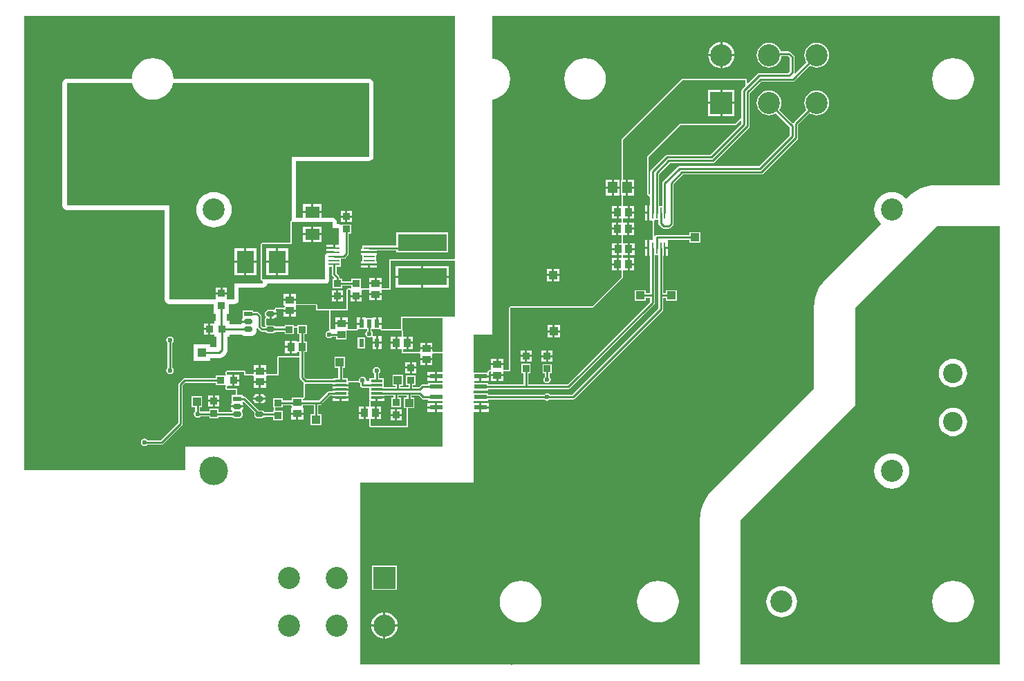
<source format=gtl>
G04*
G04 #@! TF.GenerationSoftware,Altium Limited,Altium Designer,18.1.6 (161)*
G04*
G04 Layer_Physical_Order=1*
G04 Layer_Color=255*
%FSLAX25Y25*%
%MOIN*%
G70*
G01*
G75*
%ADD13C,0.01000*%
%ADD17R,0.04528X0.05512*%
%ADD18R,0.03937X0.03543*%
%ADD19R,0.03543X0.03937*%
%ADD20R,0.03347X0.03347*%
%ADD21R,0.01102X0.05512*%
%ADD22R,0.06299X0.02362*%
%ADD23R,0.05709X0.01358*%
%ADD24R,0.03347X0.03347*%
G04:AMPARAMS|DCode=25|XSize=23.62mil|YSize=39.37mil|CornerRadius=5.91mil|HoleSize=0mil|Usage=FLASHONLY|Rotation=90.000|XOffset=0mil|YOffset=0mil|HoleType=Round|Shape=RoundedRectangle|*
%AMROUNDEDRECTD25*
21,1,0.02362,0.02756,0,0,90.0*
21,1,0.01181,0.03937,0,0,90.0*
1,1,0.01181,0.01378,0.00591*
1,1,0.01181,0.01378,-0.00591*
1,1,0.01181,-0.01378,-0.00591*
1,1,0.01181,-0.01378,0.00591*
%
%ADD25ROUNDEDRECTD25*%
%ADD26R,0.03937X0.02362*%
%ADD27R,0.07087X0.05512*%
%ADD28R,0.23622X0.08268*%
%ADD29R,0.08465X0.11024*%
%ADD30R,0.05512X0.01102*%
%ADD31R,0.02362X0.04134*%
%ADD56R,0.03937X0.03937*%
%ADD57R,0.03937X0.03937*%
%ADD58C,0.09449*%
%ADD59C,0.10630*%
%ADD60C,0.13780*%
%ADD61C,0.07874*%
%ADD62R,0.10630X0.10630*%
%ADD63C,0.02362*%
G36*
X471319Y232326D02*
X440945D01*
X438370Y232157D01*
X435839Y231653D01*
X433396Y230824D01*
X431081Y229683D01*
X428936Y228249D01*
X426996Y226548D01*
X426310Y225862D01*
X425810Y225887D01*
X425312Y226494D01*
X424022Y227552D01*
X422550Y228339D01*
X420953Y228824D01*
X419291Y228988D01*
X417630Y228824D01*
X416033Y228339D01*
X414561Y227552D01*
X413270Y226494D01*
X412211Y225203D01*
X411424Y223731D01*
X410940Y222134D01*
X410776Y220473D01*
X410940Y218811D01*
X411424Y217214D01*
X412211Y215742D01*
X413270Y214451D01*
X413877Y213953D01*
X413902Y213454D01*
X387625Y187178D01*
X385924Y185238D01*
X384490Y183092D01*
X383349Y180778D01*
X382520Y178334D01*
X382016Y175803D01*
X381847Y173228D01*
Y134156D01*
X332507Y84816D01*
X330806Y82875D01*
X329372Y80730D01*
X328231Y78416D01*
X327401Y75972D01*
X326898Y73441D01*
X326729Y70866D01*
X326729Y1122D01*
X236338D01*
X236037Y1062D01*
X235736Y1122D01*
X162992D01*
X162992Y88976D01*
X217717Y88976D01*
Y122996D01*
X220366D01*
Y125177D01*
Y127358D01*
X217717D01*
Y128396D01*
X224616D01*
Y129056D01*
X251757D01*
X251866Y128893D01*
X252455Y128499D01*
X253150Y128361D01*
X253844Y128499D01*
X254434Y128893D01*
X254542Y129056D01*
X265610D01*
X265610Y129056D01*
X266039Y129141D01*
X266403Y129384D01*
X308667Y171648D01*
X308667Y171648D01*
X308910Y172012D01*
X308996Y172441D01*
X308996Y172441D01*
Y178012D01*
X310424D01*
Y176565D01*
X315561D01*
Y181702D01*
X310424D01*
Y180255D01*
X308996D01*
Y198307D01*
X309343D01*
Y202063D01*
X309842D01*
Y202563D01*
X311394D01*
Y205819D01*
X311833Y205965D01*
X321841D01*
Y204518D01*
X326978D01*
Y209655D01*
X321841D01*
Y208208D01*
X305906D01*
X305476Y208123D01*
X305112Y207880D01*
X305086Y207841D01*
X304586Y207993D01*
X304586Y214958D01*
X304543Y215062D01*
X304549Y215174D01*
X304874Y215554D01*
X304879Y215558D01*
X306752D01*
Y214032D01*
X306752Y214032D01*
X306838Y213602D01*
X307081Y213239D01*
X308656Y211664D01*
X308656Y211664D01*
X309020Y211421D01*
X309449Y211335D01*
X309449Y211335D01*
X311811D01*
X311811Y211335D01*
X312240Y211421D01*
X312604Y211664D01*
X313687Y212746D01*
X313687Y212746D01*
X313930Y213110D01*
X314015Y213539D01*
X314015Y213539D01*
Y232858D01*
X318618Y237461D01*
X356465D01*
X356465Y237461D01*
X356894Y237546D01*
X357258Y237790D01*
X373840Y254372D01*
X374083Y254736D01*
X374169Y255165D01*
X374169Y255165D01*
Y261421D01*
X379779Y267031D01*
X379808Y267007D01*
X380836Y266458D01*
X381951Y266120D01*
X383110Y266005D01*
X384270Y266120D01*
X385385Y266458D01*
X386412Y267007D01*
X387313Y267746D01*
X388052Y268647D01*
X388601Y269674D01*
X388940Y270789D01*
X389054Y271949D01*
X388940Y273108D01*
X388601Y274223D01*
X388052Y275251D01*
X387313Y276152D01*
X386412Y276891D01*
X385385Y277440D01*
X384270Y277778D01*
X383110Y277892D01*
X381951Y277778D01*
X380836Y277440D01*
X379808Y276891D01*
X378907Y276152D01*
X378168Y275251D01*
X377619Y274223D01*
X377281Y273108D01*
X377167Y271949D01*
X377281Y270789D01*
X377619Y269674D01*
X378168Y268647D01*
X378192Y268617D01*
X372254Y262679D01*
X372025Y262335D01*
X372005Y262314D01*
X371474Y262179D01*
X365036Y268617D01*
X365060Y268647D01*
X365609Y269674D01*
X365947Y270789D01*
X366062Y271949D01*
X365947Y273108D01*
X365609Y274223D01*
X365060Y275251D01*
X364321Y276152D01*
X363420Y276891D01*
X362393Y277440D01*
X361278Y277778D01*
X360118Y277892D01*
X358959Y277778D01*
X357844Y277440D01*
X356816Y276891D01*
X355915Y276152D01*
X355176Y275251D01*
X354627Y274223D01*
X354289Y273108D01*
X354174Y271949D01*
X354289Y270789D01*
X354627Y269674D01*
X355176Y268647D01*
X355915Y267746D01*
X356816Y267007D01*
X357844Y266458D01*
X358959Y266120D01*
X360118Y266005D01*
X361278Y266120D01*
X362393Y266458D01*
X363420Y267007D01*
X363450Y267031D01*
X370138Y260343D01*
Y256370D01*
X355260Y241492D01*
X316890D01*
X316890Y241492D01*
X316461Y241406D01*
X316097Y241163D01*
X316097Y241163D01*
X309050Y234116D01*
X308806Y233752D01*
X308721Y233323D01*
X308721Y233323D01*
Y222269D01*
X307027D01*
Y237724D01*
X312276Y242973D01*
X333071D01*
X333071Y242973D01*
X333500Y243058D01*
X333864Y243302D01*
X350529Y259967D01*
X350529Y259967D01*
X350772Y260331D01*
X350858Y260760D01*
X350858Y260760D01*
Y276665D01*
X356453Y282260D01*
X371571D01*
X371571Y282260D01*
X372000Y282346D01*
X372364Y282589D01*
X379812Y290037D01*
X380836Y289489D01*
X381951Y289151D01*
X383110Y289037D01*
X384270Y289151D01*
X385385Y289489D01*
X386412Y290038D01*
X387313Y290778D01*
X388052Y291678D01*
X388601Y292706D01*
X388940Y293821D01*
X389054Y294980D01*
X388940Y296140D01*
X388601Y297255D01*
X388052Y298282D01*
X387313Y299183D01*
X386412Y299922D01*
X385385Y300471D01*
X384270Y300810D01*
X383110Y300924D01*
X381951Y300810D01*
X380836Y300471D01*
X379808Y299922D01*
X378907Y299183D01*
X378168Y298282D01*
X377619Y297255D01*
X377281Y296140D01*
X377167Y294980D01*
X377281Y293821D01*
X377619Y292706D01*
X378168Y291678D01*
X378219Y291616D01*
X372810Y286208D01*
X372349Y286454D01*
X372381Y286614D01*
X372381Y286614D01*
Y294094D01*
X372296Y294524D01*
X372053Y294888D01*
X372053Y294888D01*
X370478Y296462D01*
X370114Y296706D01*
X369685Y296791D01*
X369685Y296791D01*
X365750D01*
X365609Y297255D01*
X365060Y298282D01*
X364321Y299183D01*
X363420Y299922D01*
X362393Y300471D01*
X361278Y300810D01*
X360118Y300924D01*
X358959Y300810D01*
X357844Y300471D01*
X356816Y299922D01*
X355915Y299183D01*
X355176Y298282D01*
X354627Y297255D01*
X354289Y296140D01*
X354174Y294980D01*
X354289Y293821D01*
X354627Y292706D01*
X355176Y291678D01*
X355915Y290778D01*
X356816Y290038D01*
X357844Y289489D01*
X358959Y289151D01*
X360118Y289037D01*
X361278Y289151D01*
X362393Y289489D01*
X363420Y290038D01*
X364321Y290778D01*
X365060Y291678D01*
X365609Y292706D01*
X365947Y293821D01*
X366019Y294548D01*
X369220D01*
X370138Y293630D01*
Y287079D01*
X369350Y286291D01*
X355248D01*
X355248Y286291D01*
X354819Y286205D01*
X354455Y285962D01*
X354455Y285962D01*
X349930Y281438D01*
X349468Y281629D01*
Y283071D01*
X349278Y283530D01*
X348819Y283720D01*
X318504D01*
X318045Y283530D01*
X289304Y254790D01*
X289114Y254331D01*
X289114Y234958D01*
X288940Y234598D01*
X288847Y234458D01*
X288770D01*
Y227747D01*
X288847D01*
X289114Y227346D01*
Y222118D01*
X287606D01*
Y219150D01*
Y216181D01*
X289114D01*
Y214244D01*
X287508D01*
Y211276D01*
Y208307D01*
X289114D01*
Y204402D01*
X287705D01*
Y201433D01*
Y198465D01*
X289114D01*
Y197198D01*
X287555D01*
Y194229D01*
Y191261D01*
X289114D01*
Y188064D01*
X274928Y173878D01*
X235433Y173878D01*
X234974Y173688D01*
X234784Y173228D01*
X234784Y143169D01*
X232593D01*
X232102Y143193D01*
X232102Y145465D01*
X229134D01*
X226165D01*
Y143669D01*
X226165Y143193D01*
X225675Y143169D01*
X225449D01*
X225426Y143160D01*
X225402Y143167D01*
X225199Y143066D01*
X224990Y142979D01*
X224980Y142956D01*
X224958Y142945D01*
X224525Y142445D01*
X224453Y142229D01*
X224366Y142020D01*
Y141958D01*
X217717D01*
Y160236D01*
X226772D01*
X226772Y273554D01*
X227238Y273600D01*
X229124Y274172D01*
X230863Y275102D01*
X232388Y276353D01*
X233638Y277877D01*
X234568Y279616D01*
X235140Y281502D01*
X235333Y283465D01*
X235140Y285427D01*
X234568Y287314D01*
X233638Y289052D01*
X232388Y290577D01*
X230863Y291827D01*
X229124Y292757D01*
X227238Y293329D01*
X226772Y293375D01*
Y313839D01*
X471319D01*
Y232326D01*
D02*
G37*
G36*
X167323Y246063D02*
X129921Y246063D01*
X129921Y215216D01*
X129462Y215026D01*
X129272Y214567D01*
X129272Y204586D01*
X115748Y204587D01*
X115289Y204396D01*
X115099Y203937D01*
X115099Y187008D01*
X115289Y186549D01*
X115748Y186358D01*
X116142D01*
Y185039D01*
X114777D01*
X114567Y185060D01*
X114356Y185039D01*
X102362D01*
Y177165D01*
X99031D01*
X98736Y177543D01*
X98736Y177665D01*
Y179717D01*
X93390D01*
Y177665D01*
X93390Y177543D01*
X93095Y177165D01*
X70866D01*
Y222441D01*
X21654D01*
Y281496D01*
X53129D01*
X53700Y279616D01*
X54629Y277877D01*
X55880Y276353D01*
X57404Y275102D01*
X59143Y274172D01*
X61030Y273600D01*
X62992Y273407D01*
X64954Y273600D01*
X66841Y274172D01*
X68580Y275102D01*
X70104Y276353D01*
X71355Y277877D01*
X72284Y279616D01*
X72855Y281496D01*
X167323Y281496D01*
Y246063D01*
D02*
G37*
G36*
X346827Y263366D02*
Y261965D01*
X331866Y247004D01*
X311071D01*
X310641Y246918D01*
X310278Y246675D01*
X310278Y246675D01*
X303144Y239541D01*
X302901Y239177D01*
X302815Y238748D01*
X302816Y238748D01*
Y228173D01*
X302380Y227987D01*
X302027Y228278D01*
Y245983D01*
X317206Y261162D01*
X343701D01*
X344160Y261352D01*
X346365Y263557D01*
X346827Y263366D01*
D02*
G37*
G36*
X149606Y211417D02*
X152756D01*
Y203520D01*
X150937D01*
Y201969D01*
X150437D01*
Y201468D01*
X146681D01*
Y200500D01*
X150437D01*
Y199500D01*
X146681D01*
Y198819D01*
X146063D01*
Y187008D01*
X115748D01*
X115748Y203937D01*
X129921Y203937D01*
X129921Y214567D01*
X134343D01*
Y214563D01*
X145602D01*
Y214567D01*
X149606D01*
Y211417D01*
D02*
G37*
G36*
X208661Y197212D02*
X208161Y196712D01*
X177559Y196712D01*
X177100Y196522D01*
X176910Y196063D01*
X176909Y182539D01*
X173441D01*
Y184441D01*
X170472D01*
X167504D01*
Y182539D01*
X163991D01*
X163913Y182507D01*
X163829Y182519D01*
X163691Y182415D01*
X163297Y182767D01*
Y187214D01*
X158750D01*
Y186063D01*
X154242D01*
Y187214D01*
X153090D01*
Y187795D01*
X153005Y188224D01*
X152761Y188588D01*
X152761Y188588D01*
X151559Y189791D01*
Y192943D01*
X153793D01*
Y196910D01*
X155118D01*
X155118Y196910D01*
X155547Y196995D01*
X155911Y197239D01*
X157092Y198419D01*
X157092Y198420D01*
X157335Y198783D01*
X157421Y199213D01*
Y208849D01*
X158572D01*
Y213395D01*
X154026D01*
X154026Y213395D01*
X153526Y213392D01*
X152756Y213545D01*
X151734D01*
Y214567D01*
X151572Y215381D01*
X151111Y216071D01*
X150420Y216532D01*
X149606Y216694D01*
X145602D01*
X145583Y216690D01*
X144516D01*
Y218905D01*
X139972D01*
X135429D01*
Y216690D01*
X134362D01*
X134343Y216694D01*
X132049D01*
X132049Y243935D01*
X167323Y243935D01*
X168137Y244097D01*
X168827Y244559D01*
X169288Y245249D01*
X169450Y246063D01*
Y281496D01*
X169288Y282310D01*
X168827Y283000D01*
X168137Y283462D01*
X167323Y283624D01*
X73034Y283624D01*
X72857Y285427D01*
X72284Y287314D01*
X71355Y289052D01*
X70104Y290577D01*
X68580Y291827D01*
X66841Y292757D01*
X64954Y293329D01*
X62992Y293523D01*
X61030Y293329D01*
X59143Y292757D01*
X57404Y291827D01*
X55880Y290577D01*
X54629Y289052D01*
X53700Y287314D01*
X53127Y285427D01*
X52950Y283624D01*
X21654D01*
X20839Y283462D01*
X20149Y283000D01*
X19688Y282310D01*
X19526Y281496D01*
Y222441D01*
X19688Y221627D01*
X20149Y220937D01*
X20839Y220475D01*
X21654Y220314D01*
X68739D01*
Y177165D01*
X68901Y176351D01*
X69362Y175661D01*
X70052Y175200D01*
X70866Y175038D01*
X92303D01*
Y170354D01*
X93454D01*
Y166752D01*
X92598D01*
Y165665D01*
X90756D01*
Y162992D01*
Y160319D01*
X92598D01*
Y159232D01*
X93749D01*
Y154184D01*
X90669D01*
Y155630D01*
X82559D01*
Y147520D01*
X90669D01*
Y148966D01*
X95079D01*
X95754Y149055D01*
X96383Y149315D01*
X96924Y149730D01*
X98203Y151010D01*
X98618Y151550D01*
X98878Y152179D01*
X98967Y152854D01*
Y159232D01*
X100118D01*
Y160186D01*
X105815D01*
X106233Y159866D01*
X106884Y159597D01*
X107583Y159504D01*
X110339D01*
X111038Y159597D01*
X111689Y159866D01*
X112248Y160295D01*
X112677Y160855D01*
X112947Y161506D01*
X113039Y162205D01*
Y163089D01*
X113539Y163240D01*
X113577Y163183D01*
X114758Y162002D01*
X114758Y162002D01*
X115122Y161759D01*
X115551Y161674D01*
X115551Y161674D01*
X117332D01*
X117551Y161346D01*
X117945Y161083D01*
X118410Y160991D01*
X121165D01*
X121630Y161083D01*
X122024Y161346D01*
X122242Y161674D01*
X126565D01*
Y160421D01*
X131112D01*
Y163619D01*
X132668D01*
Y160421D01*
X133819D01*
Y157253D01*
X133466Y156899D01*
X132639Y156899D01*
X132398Y157299D01*
X132328Y157299D01*
X132328Y157299D01*
X130126D01*
Y154331D01*
Y151362D01*
X132328D01*
X132328Y151362D01*
X132398D01*
X132639Y151762D01*
X132898Y151762D01*
X133819D01*
Y149862D01*
X123622Y149862D01*
X123163Y149672D01*
X122973Y149213D01*
Y141201D01*
X117870D01*
X117599Y141487D01*
X117535Y141618D01*
Y142233D01*
X114567D01*
Y142733D01*
D01*
Y142233D01*
X111598D01*
Y141608D01*
X111358Y141293D01*
X111263Y141201D01*
X107736D01*
Y142126D01*
X107546Y142585D01*
X107087Y142775D01*
X98819D01*
X98360Y142585D01*
X98169Y142126D01*
Y141157D01*
X98186Y141118D01*
X98174Y141077D01*
X98279Y140893D01*
X98293Y140858D01*
X97942Y140462D01*
X93494D01*
Y139311D01*
X78346D01*
X77917Y139225D01*
X77553Y138982D01*
X77553Y138982D01*
X75585Y137014D01*
X75342Y136650D01*
X75256Y136221D01*
X75256Y136220D01*
Y117787D01*
X66858Y109389D01*
X60448D01*
X60339Y109552D01*
X59750Y109945D01*
X59055Y110084D01*
X58360Y109945D01*
X57771Y109552D01*
X57377Y108963D01*
X57239Y108268D01*
X57377Y107573D01*
X57771Y106984D01*
X58360Y106590D01*
X59055Y106452D01*
X59750Y106590D01*
X60339Y106984D01*
X60448Y107146D01*
X67323D01*
X67323Y107146D01*
X67752Y107232D01*
X68116Y107475D01*
X77171Y116530D01*
X77414Y116894D01*
X77500Y117323D01*
X77500Y117323D01*
Y135756D01*
X78811Y137067D01*
X93494D01*
Y135916D01*
X97942D01*
X98293Y135520D01*
X98279Y135485D01*
X98174Y135301D01*
X98186Y135260D01*
X98169Y135221D01*
Y134252D01*
X98360Y133793D01*
X98819Y133602D01*
X102894D01*
Y131112D01*
X101073D01*
Y127550D01*
X101073Y127550D01*
X100962Y127096D01*
X100766Y126802D01*
X100642Y126181D01*
Y126091D01*
X103642D01*
X106641D01*
Y126181D01*
X106518Y126802D01*
X106322Y127096D01*
X106210Y127550D01*
X106336Y127720D01*
X106935Y127797D01*
X111945Y122787D01*
X111877Y122441D01*
Y121260D01*
X111969Y120795D01*
X112232Y120402D01*
X112626Y120138D01*
X113091Y120046D01*
X115846D01*
X116311Y120138D01*
X116705Y120402D01*
X116923Y120729D01*
X121156D01*
Y119030D01*
X125702D01*
Y123576D01*
X121909D01*
Y125132D01*
X125702D01*
Y126284D01*
X129755D01*
X130109Y125930D01*
X130109Y125159D01*
X129709Y124917D01*
X129709Y124848D01*
X129709Y124848D01*
Y122646D01*
X135646D01*
Y124848D01*
X135646Y124848D01*
Y124917D01*
X135246Y125159D01*
X135246Y125417D01*
Y126284D01*
X140611D01*
Y121860D01*
X139164D01*
Y116723D01*
X144301D01*
Y121860D01*
X142854D01*
Y126284D01*
X143547D01*
X143547Y126284D01*
X143976Y126369D01*
X144340Y126612D01*
X148496Y130768D01*
X149689D01*
Y130421D01*
X153543D01*
X157398D01*
Y131600D01*
X156998D01*
Y132179D01*
X157398D01*
Y133358D01*
X153543D01*
X149689D01*
Y133011D01*
X148031D01*
X148031Y133011D01*
X147602Y132926D01*
X147238Y132683D01*
X147238Y132683D01*
X143083Y128527D01*
X135246D01*
Y129183D01*
X135432Y129260D01*
X135628Y129307D01*
X136012Y129587D01*
X136040Y129632D01*
X136089Y129653D01*
X136166Y129839D01*
X136271Y130010D01*
X136259Y130062D01*
X136279Y130112D01*
Y136399D01*
X136614Y136674D01*
X136614Y136674D01*
X149689D01*
Y136327D01*
X153543D01*
X157398D01*
Y137146D01*
X162041D01*
X162073Y137159D01*
X162105Y137149D01*
X162298Y137252D01*
X162501Y137336D01*
X162822Y137005D01*
X162889Y136905D01*
X163052Y136796D01*
Y135827D01*
X163137Y135398D01*
X163380Y135034D01*
X163744Y134791D01*
X164173Y134705D01*
X167412D01*
Y132579D01*
Y128642D01*
X167412D01*
X167544Y128444D01*
X167461Y128242D01*
Y125409D01*
X165559D01*
Y122441D01*
Y119473D01*
X167461D01*
Y116142D01*
X167651Y115682D01*
X168110Y115492D01*
X185433D01*
X185892Y115682D01*
X186082Y116142D01*
Y124790D01*
X189107D01*
Y129927D01*
X187660D01*
Y130768D01*
X191268D01*
X192652Y129384D01*
X192652Y129384D01*
X193016Y129141D01*
X193445Y129056D01*
X195857D01*
Y128396D01*
X202756D01*
Y127358D01*
X200106D01*
Y125177D01*
Y122996D01*
X202756D01*
Y106299D01*
X78740Y106299D01*
Y94882D01*
X1122D01*
Y313839D01*
X208661D01*
Y197212D01*
D02*
G37*
G36*
X149316Y189327D02*
X149316Y189327D01*
X149401Y188898D01*
X149644Y188534D01*
X150463Y187714D01*
X150256Y187214D01*
X149695D01*
Y182668D01*
X154242D01*
Y183819D01*
X158750D01*
Y182767D01*
X158355Y182415D01*
X158319Y182430D01*
X158135Y182534D01*
X158095Y182523D01*
X158056Y182539D01*
X157087D01*
X156627Y182349D01*
X156437Y181890D01*
Y172697D01*
X148819D01*
X148494Y172562D01*
X148169Y172697D01*
X142382D01*
Y174409D01*
X142192Y174869D01*
X141732Y175059D01*
X132102Y175059D01*
Y176567D01*
X129134D01*
X126165D01*
Y174295D01*
X126565Y174124D01*
Y173456D01*
X126165Y173189D01*
X122424D01*
X122277Y173128D01*
X122118Y173112D01*
X122056Y173036D01*
X121965Y172999D01*
X121904Y172851D01*
X121803Y172728D01*
X121716Y172442D01*
X121651Y172228D01*
X121165Y172080D01*
X118410D01*
X117945Y171988D01*
X117551Y171724D01*
X117288Y171331D01*
X117196Y170866D01*
Y169685D01*
X117288Y169221D01*
X117474Y168942D01*
X117551Y168827D01*
X117429Y168307D01*
X117407Y168289D01*
X117391Y168259D01*
X117360Y168246D01*
X117276Y168044D01*
X117173Y167850D01*
X117182Y167818D01*
X117169Y167787D01*
Y164979D01*
X117184Y164942D01*
X117174Y164905D01*
X117278Y164717D01*
X117360Y164520D01*
X117374Y164400D01*
X116957Y163917D01*
X116016D01*
X115492Y164441D01*
Y169095D01*
X115492Y169095D01*
X115406Y169524D01*
X115163Y169888D01*
X115163Y169888D01*
X113982Y171069D01*
X113618Y171312D01*
X113189Y171397D01*
X113189Y171397D01*
X111529D01*
Y172057D01*
X106392D01*
Y168494D01*
X106392Y168494D01*
X106281Y168041D01*
X106084Y167747D01*
X105961Y167126D01*
Y167035D01*
X108961D01*
Y166086D01*
X107583D01*
X107196Y166035D01*
X105961D01*
Y165945D01*
X105983Y165835D01*
X105592Y165404D01*
X100118D01*
Y166752D01*
X98672D01*
Y170354D01*
X99823D01*
Y175038D01*
X102362D01*
X103176Y175200D01*
X103867Y175661D01*
X104328Y176351D01*
X104490Y177165D01*
Y182912D01*
X114356D01*
X114460Y182932D01*
X114565Y182922D01*
X114567Y182922D01*
X114569Y182922D01*
X114674Y182932D01*
X114777Y182912D01*
X116142D01*
X116956Y183074D01*
X117646Y183535D01*
X118107Y184225D01*
X118237Y184880D01*
X146063D01*
X146877Y185042D01*
X147567Y185503D01*
X148029Y186194D01*
X148190Y187008D01*
Y192943D01*
X149316D01*
Y189327D01*
D02*
G37*
G36*
X208661Y196063D02*
Y168898D01*
X182677D01*
Y162992D01*
X173261D01*
Y164953D01*
X171080D01*
Y165453D01*
X170580D01*
Y168520D01*
X168899D01*
Y168120D01*
X165780D01*
Y168520D01*
X164099D01*
Y165453D01*
X163599D01*
Y164953D01*
X161418D01*
Y162992D01*
X156905D01*
Y165150D01*
X150969D01*
Y162992D01*
X148819D01*
Y172047D01*
X157087D01*
Y181890D01*
X158056D01*
X158350Y181512D01*
X158350Y181390D01*
Y179339D01*
X163697D01*
Y181390D01*
X163991Y181890D01*
X167504D01*
Y180126D01*
X170472D01*
X173441D01*
Y181890D01*
X177559D01*
X177559Y196063D01*
X208661Y196063D01*
D02*
G37*
G36*
X348819Y280326D02*
X347156Y278663D01*
X346913Y278299D01*
X346827Y277870D01*
X346827Y277870D01*
Y264937D01*
X343701Y261811D01*
X316937D01*
X301378Y246252D01*
Y228008D01*
X302816Y226570D01*
Y222669D01*
X302468D01*
Y218914D01*
Y215158D01*
X303520D01*
X303937Y214958D01*
X303937Y206019D01*
X303437Y205819D01*
X302468D01*
Y202063D01*
Y198307D01*
X302816D01*
Y180255D01*
X300600D01*
Y181702D01*
X295463D01*
Y176565D01*
X300600D01*
Y178012D01*
X302816D01*
Y176055D01*
X263059Y136299D01*
X253360D01*
X253311Y136799D01*
X253462Y136829D01*
X253844Y136905D01*
X254434Y137299D01*
X254827Y137888D01*
X254965Y138583D01*
X254827Y139278D01*
X254434Y139867D01*
X254271Y139975D01*
Y141526D01*
X255423D01*
Y146072D01*
X250876D01*
Y141526D01*
X252028D01*
Y139975D01*
X251866Y139867D01*
X251472Y139278D01*
X251334Y138583D01*
X251472Y137888D01*
X251866Y137299D01*
X252455Y136905D01*
X252837Y136829D01*
X252989Y136799D01*
X252939Y136299D01*
X244035D01*
Y141624D01*
X245187D01*
Y146171D01*
X240640D01*
Y141624D01*
X241792D01*
Y136299D01*
X224616D01*
Y136958D01*
X218110D01*
Y137996D01*
X220366D01*
Y140177D01*
X220866D01*
Y140677D01*
X225016D01*
Y142020D01*
X225449Y142520D01*
X226165D01*
Y141150D01*
X229134D01*
X232102D01*
Y142520D01*
X235433D01*
X235433Y173228D01*
X275197Y173228D01*
X289764Y187795D01*
Y191261D01*
X291870D01*
Y194229D01*
Y197198D01*
X289764D01*
Y198465D01*
X292020D01*
Y201433D01*
Y204402D01*
X289764D01*
Y208307D01*
X291823D01*
Y211276D01*
Y214244D01*
X289764D01*
Y216181D01*
X291921D01*
Y219150D01*
Y222118D01*
X289764D01*
Y227346D01*
X291134D01*
Y231102D01*
Y234858D01*
X289764D01*
X289764Y254331D01*
X318504Y283071D01*
X348819D01*
Y280326D01*
D02*
G37*
G36*
X141732Y172047D02*
X148169D01*
Y162992D01*
X148323Y162622D01*
X148212Y162351D01*
X148096Y162144D01*
X147435Y162012D01*
X146846Y161619D01*
X146452Y161030D01*
X146314Y160335D01*
X146452Y159640D01*
X146846Y159051D01*
X147435Y158657D01*
X148130Y158519D01*
X148825Y158657D01*
X149414Y159051D01*
X149523Y159213D01*
X151368D01*
Y157963D01*
X156506D01*
Y162075D01*
X156905Y162343D01*
X161418D01*
X161878Y162533D01*
X161982Y162786D01*
X165381D01*
Y162786D01*
X165559D01*
Y162786D01*
X166218D01*
Y162023D01*
X166055Y161914D01*
X165662Y161325D01*
X165524Y160630D01*
X165662Y159935D01*
X166055Y159346D01*
X166645Y158952D01*
X167340Y158814D01*
X168035Y158952D01*
X168399Y159195D01*
X168899Y158928D01*
Y156898D01*
X170580D01*
Y159465D01*
X169304D01*
X169023Y159926D01*
X169023Y159965D01*
X169156Y160630D01*
X169017Y161325D01*
X168624Y161914D01*
X168461Y162023D01*
Y162786D01*
X169121D01*
Y162786D01*
X169299D01*
Y162786D01*
X172697D01*
X172802Y162533D01*
X173261Y162343D01*
X182677D01*
X183071Y162080D01*
Y159268D01*
X180913D01*
Y156299D01*
Y153331D01*
X183071D01*
Y151181D01*
X191473D01*
X191913Y151036D01*
X191913Y150681D01*
Y148765D01*
X194882D01*
Y148265D01*
D01*
Y148765D01*
X197850D01*
X197850Y151036D01*
X198290Y151181D01*
X202756D01*
Y142358D01*
X200106D01*
Y140177D01*
Y137996D01*
X202756D01*
Y136958D01*
X195857D01*
Y136259D01*
X193012D01*
X193012Y136259D01*
X192583Y136174D01*
X192219Y135931D01*
X192219Y135931D01*
X191268Y134980D01*
X188523D01*
Y136014D01*
X189675D01*
Y140561D01*
X185128D01*
Y136014D01*
X186280D01*
Y134980D01*
X182299D01*
Y135620D01*
X183746D01*
Y140758D01*
X178609D01*
Y135620D01*
X180056D01*
Y134980D01*
X174320D01*
Y139074D01*
X171988D01*
Y141521D01*
X172150Y141629D01*
X172544Y142218D01*
X172682Y142913D01*
X172544Y143608D01*
X172150Y144197D01*
X171561Y144591D01*
X170866Y144729D01*
X170171Y144591D01*
X169582Y144197D01*
X169188Y143608D01*
X169050Y142913D01*
X169188Y142218D01*
X169582Y141629D01*
X169745Y141521D01*
Y139074D01*
X167412D01*
Y137795D01*
X166305D01*
X165988Y138182D01*
X165989Y138189D01*
X165851Y138884D01*
X165457Y139473D01*
X164868Y139867D01*
X164173Y140005D01*
X163478Y139867D01*
X162889Y139473D01*
X162495Y138884D01*
X162357Y138189D01*
X162359Y138182D01*
X162041Y137795D01*
X156998D01*
Y139074D01*
X154665D01*
Y144282D01*
X155718D01*
Y149419D01*
X150581D01*
Y144282D01*
X152422D01*
Y139074D01*
X150089D01*
Y138917D01*
X137079D01*
X136062Y139933D01*
Y151762D01*
X137313D01*
Y156899D01*
X136062D01*
Y160421D01*
X137214D01*
Y164967D01*
X132668D01*
Y164269D01*
X131112D01*
Y164967D01*
X126565D01*
Y164269D01*
X121987D01*
X121630Y164507D01*
X121165Y164600D01*
X118410D01*
X118319Y164582D01*
X117819Y164979D01*
Y167787D01*
X118205Y168104D01*
X118410Y168063D01*
X119287D01*
Y170276D01*
X119787D01*
Y170776D01*
X122787D01*
Y170866D01*
X122664Y171487D01*
X122312Y172013D01*
X122272Y172039D01*
X122424Y172539D01*
X126165D01*
Y172252D01*
X129134D01*
X132102D01*
Y174409D01*
X141732Y174409D01*
Y172047D01*
D02*
G37*
G36*
X202756Y151831D02*
X198290D01*
X197850Y152101D01*
Y153080D01*
X194882D01*
X191913D01*
Y152101D01*
X191473Y151831D01*
X183720D01*
Y153331D01*
X185228D01*
Y156299D01*
Y159268D01*
X183720D01*
Y162080D01*
X183695Y162141D01*
X183708Y162206D01*
X183602Y162364D01*
X183530Y162539D01*
X183469Y162564D01*
X183432Y162620D01*
X183229Y162755D01*
X183327Y162992D01*
Y168248D01*
X202756D01*
Y151831D01*
D02*
G37*
G36*
X133819Y139469D02*
X133819Y139469D01*
X133905Y139039D01*
X134148Y138675D01*
X135630Y137193D01*
Y130112D01*
X135246Y129832D01*
X130109D01*
Y128527D01*
X125702D01*
Y129679D01*
X121156D01*
Y127559D01*
X120866D01*
X121156Y127269D01*
Y125132D01*
X121260D01*
Y123576D01*
X121156D01*
Y122972D01*
X116923D01*
X116705Y123299D01*
X116311Y123562D01*
X115846Y123655D01*
X114250D01*
X107781Y130124D01*
X107417Y130367D01*
X106988Y130452D01*
X106988Y130452D01*
X106210D01*
Y131112D01*
X103543D01*
Y134252D01*
X98819D01*
Y135221D01*
X99197Y135516D01*
X99319Y135516D01*
X101370D01*
Y138189D01*
Y140862D01*
X99319D01*
X99197Y140862D01*
X98819Y141157D01*
Y142126D01*
X107087D01*
Y140551D01*
X111263D01*
X111598Y140190D01*
X111598Y140051D01*
Y137918D01*
X114567D01*
X117535D01*
Y140051D01*
X117870Y140551D01*
X123622D01*
Y149213D01*
X133819Y149213D01*
Y139469D01*
D02*
G37*
G36*
X306752Y179134D02*
Y172906D01*
X265146Y131299D01*
X254542D01*
X254434Y131461D01*
X253844Y131855D01*
X253150Y131993D01*
X252455Y131855D01*
X251866Y131461D01*
X251757Y131299D01*
X224616D01*
Y131958D01*
X217717D01*
Y133396D01*
X224616D01*
Y134056D01*
X263524D01*
X263524Y134056D01*
X263953Y134141D01*
X264317Y134384D01*
X304730Y174797D01*
X304730Y174798D01*
X304973Y175161D01*
X305059Y175591D01*
X305059Y175591D01*
Y179134D01*
Y198707D01*
X306752D01*
Y179134D01*
D02*
G37*
G36*
X185417Y129927D02*
X183970D01*
Y124790D01*
X185433D01*
Y116142D01*
X168110D01*
Y119473D01*
X169874D01*
Y122441D01*
Y125409D01*
X168110D01*
Y128242D01*
X170366D01*
Y129921D01*
X170866D01*
Y130421D01*
X174720D01*
Y130768D01*
X179193D01*
Y129832D01*
X178042D01*
Y125286D01*
X182588D01*
Y129832D01*
X181437D01*
Y130768D01*
X185417D01*
Y129927D01*
D02*
G37*
G36*
X471319Y1122D02*
X346457D01*
X346457Y70866D01*
Y70866D01*
X401575Y125984D01*
Y173228D01*
X440945Y212598D01*
X471319D01*
Y1122D01*
D02*
G37*
%LPC*%
G36*
X337626Y301277D02*
Y295480D01*
X343422D01*
X343350Y296218D01*
X342988Y297409D01*
X342402Y298506D01*
X341613Y299467D01*
X340651Y300256D01*
X339554Y300843D01*
X338364Y301204D01*
X337626Y301277D01*
D02*
G37*
G36*
X336626D02*
X335888Y301204D01*
X334698Y300843D01*
X333601Y300256D01*
X332639Y299467D01*
X331850Y298506D01*
X331263Y297409D01*
X330902Y296218D01*
X330830Y295480D01*
X336626D01*
Y301277D01*
D02*
G37*
G36*
X343422Y294480D02*
X337626D01*
Y288684D01*
X338364Y288757D01*
X339554Y289118D01*
X340651Y289704D01*
X341613Y290493D01*
X342402Y291455D01*
X342988Y292552D01*
X343350Y293742D01*
X343422Y294480D01*
D02*
G37*
G36*
X336626D02*
X330830D01*
X330902Y293742D01*
X331263Y292552D01*
X331850Y291455D01*
X332639Y290493D01*
X333601Y289704D01*
X334698Y289118D01*
X335888Y288757D01*
X336626Y288684D01*
Y294480D01*
D02*
G37*
G36*
X448819Y293523D02*
X446857Y293329D01*
X444970Y292757D01*
X443231Y291827D01*
X441707Y290577D01*
X440456Y289052D01*
X439527Y287314D01*
X438954Y285427D01*
X438761Y283465D01*
X438954Y281502D01*
X439527Y279616D01*
X440456Y277877D01*
X441707Y276353D01*
X443231Y275102D01*
X444970Y274172D01*
X446857Y273600D01*
X448819Y273407D01*
X450781Y273600D01*
X452668Y274172D01*
X454407Y275102D01*
X455931Y276353D01*
X457182Y277877D01*
X458111Y279616D01*
X458683Y281502D01*
X458877Y283465D01*
X458683Y285427D01*
X458111Y287314D01*
X457182Y289052D01*
X455931Y290577D01*
X454407Y291827D01*
X452668Y292757D01*
X450781Y293329D01*
X448819Y293523D01*
D02*
G37*
G36*
X271417D02*
X269455Y293329D01*
X267568Y292757D01*
X265829Y291827D01*
X264305Y290577D01*
X263054Y289052D01*
X262125Y287314D01*
X261553Y285427D01*
X261359Y283465D01*
X261553Y281502D01*
X262125Y279616D01*
X263054Y277877D01*
X264305Y276353D01*
X265829Y275102D01*
X267568Y274172D01*
X269455Y273600D01*
X271417Y273407D01*
X273379Y273600D01*
X275266Y274172D01*
X277005Y275102D01*
X278529Y276353D01*
X279780Y277877D01*
X280710Y279616D01*
X281282Y281502D01*
X281475Y283465D01*
X281282Y285427D01*
X280710Y287314D01*
X279780Y289052D01*
X278529Y290577D01*
X277005Y291827D01*
X275266Y292757D01*
X273379Y293329D01*
X271417Y293523D01*
D02*
G37*
G36*
X288008Y234858D02*
X285244D01*
Y231602D01*
X288008D01*
Y234858D01*
D02*
G37*
G36*
X284244D02*
X281480D01*
Y231602D01*
X284244D01*
Y234858D01*
D02*
G37*
G36*
X288008Y230602D02*
X285244D01*
Y227346D01*
X288008D01*
Y230602D01*
D02*
G37*
G36*
X284244D02*
X281480D01*
Y227346D01*
X284244D01*
Y230602D01*
D02*
G37*
G36*
X286606Y222118D02*
X284335D01*
Y219650D01*
X286606D01*
Y222118D01*
D02*
G37*
G36*
Y218650D02*
X284335D01*
Y216181D01*
X286606D01*
Y218650D01*
D02*
G37*
G36*
X286508Y214244D02*
X284236D01*
Y211776D01*
X286508D01*
Y214244D01*
D02*
G37*
G36*
Y210776D02*
X284236D01*
Y208307D01*
X286508D01*
Y210776D01*
D02*
G37*
G36*
X286705Y204402D02*
X284433D01*
Y201933D01*
X286705D01*
Y204402D01*
D02*
G37*
G36*
Y200933D02*
X284433D01*
Y198465D01*
X286705D01*
Y200933D01*
D02*
G37*
G36*
X311394Y201563D02*
X310343D01*
Y198307D01*
X311394D01*
Y201563D01*
D02*
G37*
G36*
X286555Y197198D02*
X284283D01*
Y194729D01*
X286555D01*
Y197198D01*
D02*
G37*
G36*
Y193729D02*
X284283D01*
Y191261D01*
X286555D01*
Y193729D01*
D02*
G37*
G36*
X258874Y191945D02*
X256405D01*
Y189476D01*
X258874D01*
Y191945D01*
D02*
G37*
G36*
X255405D02*
X252937D01*
Y189476D01*
X255405D01*
Y191945D01*
D02*
G37*
G36*
X258874Y188476D02*
X256405D01*
Y186008D01*
X258874D01*
Y188476D01*
D02*
G37*
G36*
X255405D02*
X252937D01*
Y186008D01*
X255405D01*
Y188476D01*
D02*
G37*
G36*
X232102Y148736D02*
X229634D01*
Y146465D01*
X232102D01*
Y148736D01*
D02*
G37*
G36*
X228634D02*
X226165D01*
Y146465D01*
X228634D01*
Y148736D01*
D02*
G37*
G36*
X225016Y127358D02*
X221366D01*
Y125677D01*
X225016D01*
Y127358D01*
D02*
G37*
G36*
Y124677D02*
X221366D01*
Y122996D01*
X225016D01*
Y124677D01*
D02*
G37*
G36*
X180600Y48927D02*
X168770D01*
Y37097D01*
X180600D01*
Y48927D01*
D02*
G37*
G36*
X306535Y41554D02*
X304573Y41361D01*
X302686Y40788D01*
X300947Y39859D01*
X299423Y38608D01*
X298173Y37084D01*
X297243Y35345D01*
X296671Y33458D01*
X296478Y31496D01*
X296671Y29534D01*
X297243Y27647D01*
X298173Y25908D01*
X299423Y24384D01*
X300947Y23133D01*
X302686Y22204D01*
X304573Y21632D01*
X306535Y21438D01*
X308498Y21632D01*
X310384Y22204D01*
X312123Y23133D01*
X313647Y24384D01*
X314898Y25908D01*
X315828Y27647D01*
X316400Y29534D01*
X316593Y31496D01*
X316400Y33458D01*
X315828Y35345D01*
X314898Y37084D01*
X313647Y38608D01*
X312123Y39859D01*
X310384Y40788D01*
X308498Y41361D01*
X306535Y41554D01*
D02*
G37*
G36*
X240394D02*
X238431Y41361D01*
X236545Y40788D01*
X234806Y39859D01*
X233282Y38608D01*
X232031Y37084D01*
X231101Y35345D01*
X230529Y33458D01*
X230336Y31496D01*
X230529Y29534D01*
X231101Y27647D01*
X232031Y25908D01*
X233282Y24384D01*
X234806Y23133D01*
X236545Y22204D01*
X238431Y21632D01*
X240394Y21438D01*
X242356Y21632D01*
X244243Y22204D01*
X245982Y23133D01*
X247506Y24384D01*
X248757Y25908D01*
X249686Y27647D01*
X250258Y29534D01*
X250451Y31496D01*
X250258Y33458D01*
X249686Y35345D01*
X248757Y37084D01*
X247506Y38608D01*
X245982Y39859D01*
X244243Y40788D01*
X242356Y41361D01*
X240394Y41554D01*
D02*
G37*
G36*
X175185Y26277D02*
Y20480D01*
X180981D01*
X180909Y21218D01*
X180547Y22409D01*
X179961Y23506D01*
X179172Y24467D01*
X178210Y25256D01*
X177113Y25843D01*
X175923Y26204D01*
X175185Y26277D01*
D02*
G37*
G36*
X174185Y26277D02*
X173447Y26204D01*
X172257Y25843D01*
X171160Y25256D01*
X170198Y24467D01*
X169409Y23506D01*
X168823Y22409D01*
X168461Y21218D01*
X168389Y20480D01*
X174185D01*
Y26277D01*
D02*
G37*
G36*
Y19480D02*
X168389D01*
X168461Y18742D01*
X168823Y17552D01*
X169409Y16455D01*
X170198Y15493D01*
X171160Y14704D01*
X172257Y14118D01*
X173447Y13757D01*
X174185Y13684D01*
Y19480D01*
D02*
G37*
G36*
X180981D02*
X175185D01*
Y13684D01*
X175923Y13757D01*
X177113Y14118D01*
X178210Y14704D01*
X179172Y15493D01*
X179961Y16455D01*
X180547Y17552D01*
X180909Y18742D01*
X180981Y19480D01*
D02*
G37*
G36*
X92520Y228988D02*
X90858Y228824D01*
X89261Y228339D01*
X87789Y227552D01*
X86499Y226494D01*
X85440Y225203D01*
X84653Y223731D01*
X84168Y222134D01*
X84005Y220473D01*
X84168Y218811D01*
X84653Y217214D01*
X85440Y215742D01*
X86499Y214451D01*
X87789Y213392D01*
X89261Y212606D01*
X90858Y212121D01*
X92520Y211958D01*
X94181Y212121D01*
X95778Y212606D01*
X97250Y213392D01*
X98541Y214451D01*
X99600Y215742D01*
X100387Y217214D01*
X100871Y218811D01*
X101035Y220473D01*
X100871Y222134D01*
X100387Y223731D01*
X99600Y225203D01*
X98541Y226494D01*
X97250Y227552D01*
X95778Y228339D01*
X94181Y228824D01*
X92520Y228988D01*
D02*
G37*
G36*
X112909Y201787D02*
X108177D01*
Y195776D01*
X112909D01*
Y201787D01*
D02*
G37*
G36*
X107177D02*
X102445D01*
Y195776D01*
X107177D01*
Y201787D01*
D02*
G37*
G36*
X112909Y194776D02*
X108177D01*
Y188764D01*
X112909D01*
Y194776D01*
D02*
G37*
G36*
X107177D02*
X102445D01*
Y188764D01*
X107177D01*
Y194776D01*
D02*
G37*
G36*
X98736Y182890D02*
X96563D01*
Y180717D01*
X98736D01*
Y182890D01*
D02*
G37*
G36*
X95563D02*
X93390D01*
Y180717D01*
X95563D01*
Y182890D01*
D02*
G37*
G36*
X144516Y212335D02*
X140472D01*
Y209079D01*
X144516D01*
Y212335D01*
D02*
G37*
G36*
X139472D02*
X135429D01*
Y209079D01*
X139472D01*
Y212335D01*
D02*
G37*
G36*
X144516Y208079D02*
X140472D01*
Y204823D01*
X144516D01*
Y208079D01*
D02*
G37*
G36*
X139472D02*
X135429D01*
Y204823D01*
X139472D01*
Y208079D01*
D02*
G37*
G36*
X149937Y203520D02*
X146681D01*
Y202468D01*
X149937D01*
Y203520D01*
D02*
G37*
G36*
X128264Y201787D02*
X123531D01*
Y195776D01*
X128264D01*
Y201787D01*
D02*
G37*
G36*
X122531D02*
X117799D01*
Y195776D01*
X122531D01*
Y201787D01*
D02*
G37*
G36*
X128264Y194776D02*
X123531D01*
Y188764D01*
X128264D01*
Y194776D01*
D02*
G37*
G36*
X122531D02*
X117799D01*
Y188764D01*
X122531D01*
Y194776D01*
D02*
G37*
G36*
X144516Y223161D02*
X140472D01*
Y219905D01*
X144516D01*
Y223161D01*
D02*
G37*
G36*
X139472D02*
X135429D01*
Y219905D01*
X139472D01*
Y223161D01*
D02*
G37*
G36*
X158972Y219898D02*
X156799D01*
Y217724D01*
X158972D01*
Y219898D01*
D02*
G37*
G36*
X155799D02*
X153626D01*
Y217724D01*
X155799D01*
Y219898D01*
D02*
G37*
G36*
X158972Y216724D02*
X156799D01*
Y214551D01*
X158972D01*
Y216724D01*
D02*
G37*
G36*
X155799D02*
X153626D01*
Y214551D01*
X155799D01*
Y216724D01*
D02*
G37*
G36*
X205324Y209458D02*
X180502D01*
Y203090D01*
X170643D01*
Y203120D01*
X163932D01*
Y201551D01*
X163531D01*
Y200500D01*
X167287D01*
X171043D01*
Y200847D01*
X180502D01*
Y199991D01*
X205324D01*
Y209458D01*
D02*
G37*
G36*
X171043Y199500D02*
X167287D01*
X163531D01*
Y198449D01*
X163932D01*
Y195646D01*
X163531D01*
Y194595D01*
X167287D01*
X171043D01*
Y195646D01*
X170643D01*
Y198449D01*
X171043D01*
Y199500D01*
D02*
G37*
G36*
Y193595D02*
X167787D01*
Y192543D01*
X171043D01*
Y193595D01*
D02*
G37*
G36*
X166787D02*
X163531D01*
Y192543D01*
X166787D01*
Y193595D01*
D02*
G37*
G36*
X173441Y187713D02*
X170972D01*
Y185441D01*
X173441D01*
Y187713D01*
D02*
G37*
G36*
X169972D02*
X167504D01*
Y185441D01*
X169972D01*
Y187713D01*
D02*
G37*
G36*
X89756Y165665D02*
X87583D01*
Y163492D01*
X89756D01*
Y165665D01*
D02*
G37*
G36*
Y162492D02*
X87583D01*
Y160319D01*
X89756D01*
Y162492D01*
D02*
G37*
G36*
X129126Y157299D02*
X126854D01*
Y154831D01*
X129126D01*
Y157299D01*
D02*
G37*
G36*
Y153831D02*
X126854D01*
Y151362D01*
X129126D01*
Y153831D01*
D02*
G37*
G36*
X117535Y145505D02*
X115067D01*
Y143233D01*
X117535D01*
Y145505D01*
D02*
G37*
G36*
X114067D02*
X111598D01*
Y143233D01*
X114067D01*
Y145505D01*
D02*
G37*
G36*
X71260Y159296D02*
X70565Y159158D01*
X69976Y158764D01*
X69582Y158175D01*
X69444Y157480D01*
X69582Y156785D01*
X69976Y156196D01*
X70138Y156088D01*
Y144306D01*
X69976Y144197D01*
X69582Y143608D01*
X69444Y142913D01*
X69582Y142218D01*
X69976Y141629D01*
X70565Y141236D01*
X71260Y141097D01*
X71955Y141236D01*
X72544Y141629D01*
X72938Y142218D01*
X73076Y142913D01*
X72938Y143608D01*
X72544Y144197D01*
X72381Y144306D01*
Y156088D01*
X72544Y156196D01*
X72938Y156785D01*
X73076Y157480D01*
X72938Y158175D01*
X72544Y158764D01*
X71955Y159158D01*
X71260Y159296D01*
D02*
G37*
G36*
X157398Y135327D02*
X153543D01*
X149689D01*
Y134358D01*
X153543D01*
X157398D01*
Y135327D01*
D02*
G37*
G36*
X95193Y130921D02*
X93020D01*
Y128748D01*
X95193D01*
Y130921D01*
D02*
G37*
G36*
X92020D02*
X89846D01*
Y128748D01*
X92020D01*
Y130921D01*
D02*
G37*
G36*
X157398Y129421D02*
X154043D01*
Y128242D01*
X157398D01*
Y129421D01*
D02*
G37*
G36*
X153043D02*
X149689D01*
Y128242D01*
X153043D01*
Y129421D01*
D02*
G37*
G36*
X199106Y127358D02*
X195457D01*
Y125677D01*
X199106D01*
Y127358D01*
D02*
G37*
G36*
X95193Y127748D02*
X93020D01*
Y125575D01*
X95193D01*
Y127748D01*
D02*
G37*
G36*
X92020D02*
X89846D01*
Y125575D01*
X92020D01*
Y127748D01*
D02*
G37*
G36*
X199106Y124677D02*
X195457D01*
Y122996D01*
X199106D01*
Y124677D01*
D02*
G37*
G36*
X164559Y125409D02*
X162287D01*
Y122941D01*
X164559D01*
Y125409D01*
D02*
G37*
G36*
X86820Y130521D02*
X81683D01*
Y125384D01*
X83524D01*
Y123440D01*
X83362Y123331D01*
X82968Y122742D01*
X82830Y122047D01*
X82968Y121352D01*
X83362Y120763D01*
X83951Y120370D01*
X84646Y120231D01*
X85341Y120370D01*
X85930Y120763D01*
X86038Y120926D01*
X90246D01*
Y119872D01*
X94793D01*
Y120729D01*
X101187D01*
X101405Y120402D01*
X101799Y120138D01*
X102264Y120046D01*
X105020D01*
X105484Y120138D01*
X105878Y120402D01*
X106141Y120795D01*
X106234Y121260D01*
Y122441D01*
X106141Y122906D01*
X105968Y123165D01*
X105878Y123299D01*
X106058Y123781D01*
X106166Y123853D01*
X106518Y124379D01*
X106641Y125000D01*
Y125091D01*
X103642D01*
X100642D01*
Y125000D01*
X100766Y124379D01*
X101117Y123853D01*
X101170Y123818D01*
X101300Y123295D01*
X101079Y122972D01*
X94793D01*
Y124419D01*
X90246D01*
Y123169D01*
X86038D01*
X85930Y123331D01*
X85767Y123440D01*
Y125384D01*
X86820D01*
Y130521D01*
D02*
G37*
G36*
X164559Y121941D02*
X162287D01*
Y119473D01*
X164559D01*
Y121941D01*
D02*
G37*
G36*
X135646Y121646D02*
X133177D01*
Y119374D01*
X135646D01*
Y121646D01*
D02*
G37*
G36*
X132177D02*
X129709D01*
Y119374D01*
X132177D01*
Y121646D01*
D02*
G37*
G36*
X154642Y181512D02*
X152469D01*
Y179339D01*
X154642D01*
Y181512D01*
D02*
G37*
G36*
X151469D02*
X149295D01*
Y179339D01*
X151469D01*
Y181512D01*
D02*
G37*
G36*
X132102Y179839D02*
X129634D01*
Y177567D01*
X132102D01*
Y179839D01*
D02*
G37*
G36*
X128634D02*
X126165D01*
Y177567D01*
X128634D01*
Y179839D01*
D02*
G37*
G36*
X154642Y178339D02*
X152469D01*
Y176165D01*
X154642D01*
Y178339D01*
D02*
G37*
G36*
X151469D02*
X149295D01*
Y176165D01*
X151469D01*
Y178339D01*
D02*
G37*
G36*
X205724Y193323D02*
X193413D01*
Y188689D01*
X205724D01*
Y193323D01*
D02*
G37*
G36*
X192413D02*
X180102D01*
Y188689D01*
X192413D01*
Y193323D01*
D02*
G37*
G36*
X205724Y187689D02*
X193413D01*
Y183055D01*
X205724D01*
Y187689D01*
D02*
G37*
G36*
X192413D02*
X180102D01*
Y183055D01*
X192413D01*
Y187689D01*
D02*
G37*
G36*
X173441Y179126D02*
X170972D01*
Y176854D01*
X173441D01*
Y179126D01*
D02*
G37*
G36*
X169972D02*
X167504D01*
Y176854D01*
X169972D01*
Y179126D01*
D02*
G37*
G36*
X163697Y178339D02*
X161524D01*
Y176165D01*
X163697D01*
Y178339D01*
D02*
G37*
G36*
X160524D02*
X158350D01*
Y176165D01*
X160524D01*
Y178339D01*
D02*
G37*
G36*
X156905Y168421D02*
X154437D01*
Y166150D01*
X156905D01*
Y168421D01*
D02*
G37*
G36*
X153437D02*
X150969D01*
Y166150D01*
X153437D01*
Y168421D01*
D02*
G37*
G36*
X173261Y168520D02*
X171580D01*
Y165953D01*
X173261D01*
Y168520D01*
D02*
G37*
G36*
X163099D02*
X161418D01*
Y165953D01*
X163099D01*
Y168520D01*
D02*
G37*
G36*
X343441Y278264D02*
X337626D01*
Y272449D01*
X343441D01*
Y278264D01*
D02*
G37*
G36*
X336626D02*
X330811D01*
Y272449D01*
X336626D01*
Y278264D01*
D02*
G37*
G36*
X343441Y271449D02*
X337626D01*
Y265634D01*
X343441D01*
Y271449D01*
D02*
G37*
G36*
X336626D02*
X330811D01*
Y265634D01*
X336626D01*
Y271449D01*
D02*
G37*
G36*
X294898Y234858D02*
X292134D01*
Y231602D01*
X294898D01*
Y234858D01*
D02*
G37*
G36*
Y230602D02*
X292134D01*
Y227346D01*
X294898D01*
Y230602D01*
D02*
G37*
G36*
X295193Y222118D02*
X292921D01*
Y219650D01*
X295193D01*
Y222118D01*
D02*
G37*
G36*
X301468Y222669D02*
X300417D01*
Y219413D01*
X301468D01*
Y222669D01*
D02*
G37*
G36*
X295193Y218650D02*
X292921D01*
Y216181D01*
X295193D01*
Y218650D01*
D02*
G37*
G36*
X301468Y218413D02*
X300417D01*
Y215158D01*
X301468D01*
Y218413D01*
D02*
G37*
G36*
X295094Y214244D02*
X292823D01*
Y211776D01*
X295094D01*
Y214244D01*
D02*
G37*
G36*
Y210776D02*
X292823D01*
Y208307D01*
X295094D01*
Y210776D01*
D02*
G37*
G36*
X301468Y205819D02*
X300417D01*
Y202563D01*
X301468D01*
Y205819D01*
D02*
G37*
G36*
X295291Y204402D02*
X293020D01*
Y201933D01*
X295291D01*
Y204402D01*
D02*
G37*
G36*
Y200933D02*
X293020D01*
Y198465D01*
X295291D01*
Y200933D01*
D02*
G37*
G36*
X301468Y201563D02*
X300417D01*
Y198307D01*
X301468D01*
Y201563D01*
D02*
G37*
G36*
X295142Y197198D02*
X292870D01*
Y194729D01*
X295142D01*
Y197198D01*
D02*
G37*
G36*
Y193729D02*
X292870D01*
Y191261D01*
X295142D01*
Y193729D01*
D02*
G37*
G36*
X259268Y164779D02*
X256799D01*
Y162311D01*
X259268D01*
Y164779D01*
D02*
G37*
G36*
X255799D02*
X253331D01*
Y162311D01*
X255799D01*
Y164779D01*
D02*
G37*
G36*
X259268Y161311D02*
X256799D01*
Y158843D01*
X259268D01*
Y161311D01*
D02*
G37*
G36*
X255799D02*
X253331D01*
Y158843D01*
X255799D01*
Y161311D01*
D02*
G37*
G36*
X245587Y152673D02*
X243413D01*
Y150500D01*
X245587D01*
Y152673D01*
D02*
G37*
G36*
X242413D02*
X240240D01*
Y150500D01*
X242413D01*
Y152673D01*
D02*
G37*
G36*
X255823Y152575D02*
X253650D01*
Y150402D01*
X255823D01*
Y152575D01*
D02*
G37*
G36*
X252650D02*
X250476D01*
Y150402D01*
X252650D01*
Y152575D01*
D02*
G37*
G36*
X245587Y149500D02*
X243413D01*
Y147327D01*
X245587D01*
Y149500D01*
D02*
G37*
G36*
X242413D02*
X240240D01*
Y147327D01*
X242413D01*
Y149500D01*
D02*
G37*
G36*
X255823Y149402D02*
X253650D01*
Y147228D01*
X255823D01*
Y149402D01*
D02*
G37*
G36*
X252650D02*
X250476D01*
Y147228D01*
X252650D01*
Y149402D01*
D02*
G37*
G36*
X225016Y139677D02*
X221366D01*
Y137996D01*
X225016D01*
Y139677D01*
D02*
G37*
G36*
X232102Y140150D02*
X229634D01*
Y137878D01*
X232102D01*
Y140150D01*
D02*
G37*
G36*
X228634D02*
X226165D01*
Y137878D01*
X228634D01*
Y140150D01*
D02*
G37*
G36*
X132102Y171252D02*
X129634D01*
Y168980D01*
X132102D01*
Y171252D01*
D02*
G37*
G36*
X128634D02*
X126165D01*
Y168980D01*
X128634D01*
Y171252D01*
D02*
G37*
G36*
X122787Y169776D02*
X120287D01*
Y168063D01*
X121165D01*
X121786Y168187D01*
X122312Y168538D01*
X122664Y169064D01*
X122787Y169685D01*
Y169776D01*
D02*
G37*
G36*
X173261Y159465D02*
X171580D01*
Y156898D01*
X173261D01*
Y159465D01*
D02*
G37*
G36*
X179913Y159268D02*
X177642D01*
Y156799D01*
X179913D01*
Y159268D01*
D02*
G37*
G36*
X165381Y159065D02*
X161818D01*
Y153731D01*
X165381D01*
Y159065D01*
D02*
G37*
G36*
X173261Y155898D02*
X171580D01*
Y153331D01*
X173261D01*
Y155898D01*
D02*
G37*
G36*
X170580D02*
X168899D01*
Y153331D01*
X170580D01*
Y155898D01*
D02*
G37*
G36*
X179913Y155799D02*
X177642D01*
Y153331D01*
X179913D01*
Y155799D01*
D02*
G37*
G36*
X197850Y147765D02*
X195382D01*
Y145493D01*
X197850D01*
Y147765D01*
D02*
G37*
G36*
X194382D02*
X191913D01*
Y145493D01*
X194382D01*
Y147765D01*
D02*
G37*
G36*
X190075Y147063D02*
X187901D01*
Y144890D01*
X190075D01*
Y147063D01*
D02*
G37*
G36*
X186901D02*
X184728D01*
Y144890D01*
X186901D01*
Y147063D01*
D02*
G37*
G36*
X190075Y143890D02*
X187901D01*
Y141717D01*
X190075D01*
Y143890D01*
D02*
G37*
G36*
X186901D02*
X184728D01*
Y141717D01*
X186901D01*
Y143890D01*
D02*
G37*
G36*
X199106Y142358D02*
X195457D01*
Y140677D01*
X199106D01*
Y142358D01*
D02*
G37*
G36*
Y139677D02*
X195457D01*
Y137996D01*
X199106D01*
Y139677D01*
D02*
G37*
G36*
X188500Y159268D02*
X186228D01*
Y156799D01*
X188500D01*
Y159268D01*
D02*
G37*
G36*
X197850Y156351D02*
X195382D01*
Y154080D01*
X197850D01*
Y156351D01*
D02*
G37*
G36*
X194382D02*
X191913D01*
Y154080D01*
X194382D01*
Y156351D01*
D02*
G37*
G36*
X188500Y155799D02*
X186228D01*
Y153331D01*
X188500D01*
Y155799D01*
D02*
G37*
G36*
X102370Y140862D02*
Y138689D01*
X104543D01*
Y140862D01*
X102370D01*
D02*
G37*
G36*
X104543Y137689D02*
X102370D01*
Y135516D01*
X104543D01*
Y137689D01*
D02*
G37*
G36*
X117535Y136918D02*
X115067D01*
Y134647D01*
X117535D01*
Y136918D01*
D02*
G37*
G36*
X114067D02*
X111598D01*
Y134647D01*
X114067D01*
Y136918D01*
D02*
G37*
G36*
X115846Y131543D02*
X114969D01*
Y129831D01*
X117468D01*
Y129921D01*
X117345Y130542D01*
X116993Y131068D01*
X116467Y131420D01*
X115846Y131543D01*
D02*
G37*
G36*
X113969D02*
X113091D01*
X112470Y131420D01*
X111944Y131068D01*
X111592Y130542D01*
X111469Y129921D01*
Y129831D01*
X113969D01*
Y131543D01*
D02*
G37*
G36*
X117468Y128831D02*
X114969D01*
Y127119D01*
X115846D01*
X116467Y127242D01*
X116993Y127594D01*
X117345Y128120D01*
X117468Y128740D01*
Y128831D01*
D02*
G37*
G36*
X113969D02*
X111469D01*
Y128740D01*
X111592Y128120D01*
X111944Y127594D01*
X112470Y127242D01*
X113091Y127119D01*
X113969D01*
Y128831D01*
D02*
G37*
G36*
X174720Y129421D02*
X171366D01*
Y128242D01*
X174720D01*
Y129421D01*
D02*
G37*
G36*
X173146Y125409D02*
X170874D01*
Y122941D01*
X173146D01*
Y125409D01*
D02*
G37*
G36*
X182988Y124130D02*
X180815D01*
Y121957D01*
X182988D01*
Y124130D01*
D02*
G37*
G36*
X179815D02*
X177642D01*
Y121957D01*
X179815D01*
Y124130D01*
D02*
G37*
G36*
X173146Y121941D02*
X170874D01*
Y119473D01*
X173146D01*
Y121941D01*
D02*
G37*
G36*
X182988Y120957D02*
X180815D01*
Y118783D01*
X182988D01*
Y120957D01*
D02*
G37*
G36*
X179815D02*
X177642D01*
Y118783D01*
X179815D01*
Y120957D01*
D02*
G37*
G36*
X448819Y148576D02*
X447484Y148445D01*
X446200Y148055D01*
X445016Y147423D01*
X443979Y146572D01*
X443128Y145535D01*
X442496Y144351D01*
X442106Y143068D01*
X441975Y141732D01*
X442106Y140397D01*
X442496Y139113D01*
X443128Y137930D01*
X443979Y136893D01*
X445016Y136042D01*
X446200Y135409D01*
X447484Y135020D01*
X448819Y134888D01*
X450154Y135020D01*
X451438Y135409D01*
X452621Y136042D01*
X453658Y136893D01*
X454509Y137930D01*
X455142Y139113D01*
X455531Y140397D01*
X455663Y141732D01*
X455531Y143068D01*
X455142Y144351D01*
X454509Y145535D01*
X453658Y146572D01*
X452621Y147423D01*
X451438Y148055D01*
X450154Y148445D01*
X448819Y148576D01*
D02*
G37*
G36*
Y124954D02*
X447484Y124823D01*
X446200Y124433D01*
X445016Y123801D01*
X443979Y122950D01*
X443128Y121913D01*
X442496Y120729D01*
X442106Y119445D01*
X441975Y118110D01*
X442106Y116775D01*
X442496Y115491D01*
X443128Y114308D01*
X443979Y113271D01*
X445016Y112420D01*
X446200Y111787D01*
X447484Y111398D01*
X448819Y111266D01*
X450154Y111398D01*
X451438Y111787D01*
X452621Y112420D01*
X453658Y113271D01*
X454509Y114308D01*
X455142Y115491D01*
X455531Y116775D01*
X455663Y118110D01*
X455531Y119445D01*
X455142Y120729D01*
X454509Y121913D01*
X453658Y122950D01*
X452621Y123801D01*
X451438Y124433D01*
X450154Y124823D01*
X448819Y124954D01*
D02*
G37*
G36*
X419291Y103003D02*
X417630Y102840D01*
X416033Y102355D01*
X414561Y101568D01*
X413270Y100509D01*
X412211Y99219D01*
X411424Y97747D01*
X410940Y96149D01*
X410776Y94488D01*
X410940Y92827D01*
X411424Y91230D01*
X412211Y89758D01*
X413270Y88467D01*
X414561Y87408D01*
X416033Y86621D01*
X417630Y86137D01*
X419291Y85973D01*
X420953Y86137D01*
X422550Y86621D01*
X424022Y87408D01*
X425312Y88467D01*
X426371Y89758D01*
X427158Y91230D01*
X427643Y92827D01*
X427806Y94488D01*
X427643Y96149D01*
X427158Y97747D01*
X426371Y99219D01*
X425312Y100509D01*
X424022Y101568D01*
X422550Y102355D01*
X420953Y102840D01*
X419291Y103003D01*
D02*
G37*
G36*
X366181Y38934D02*
X364730Y38791D01*
X363335Y38367D01*
X362049Y37680D01*
X360922Y36755D01*
X359997Y35628D01*
X359310Y34342D01*
X358887Y32947D01*
X358744Y31496D01*
X358887Y30045D01*
X359310Y28650D01*
X359997Y27364D01*
X360922Y26237D01*
X362049Y25312D01*
X363335Y24625D01*
X364730Y24202D01*
X366181Y24059D01*
X367632Y24202D01*
X369027Y24625D01*
X370313Y25312D01*
X371440Y26237D01*
X372365Y27364D01*
X373052Y28650D01*
X373476Y30045D01*
X373618Y31496D01*
X373476Y32947D01*
X373052Y34342D01*
X372365Y35628D01*
X371440Y36755D01*
X370313Y37680D01*
X369027Y38367D01*
X367632Y38791D01*
X366181Y38934D01*
D02*
G37*
G36*
X448819Y41554D02*
X446857Y41361D01*
X444970Y40788D01*
X443231Y39859D01*
X441707Y38608D01*
X440456Y37084D01*
X439527Y35345D01*
X438954Y33458D01*
X438761Y31496D01*
X438954Y29534D01*
X439527Y27647D01*
X440456Y25908D01*
X441707Y24384D01*
X443231Y23133D01*
X444970Y22204D01*
X446857Y21632D01*
X448819Y21438D01*
X450781Y21632D01*
X452668Y22204D01*
X454407Y23133D01*
X455931Y24384D01*
X457182Y25908D01*
X458111Y27647D01*
X458683Y29534D01*
X458877Y31496D01*
X458683Y33458D01*
X458111Y35345D01*
X457182Y37084D01*
X455931Y38608D01*
X454407Y39859D01*
X452668Y40788D01*
X450781Y41361D01*
X448819Y41554D01*
D02*
G37*
%LPD*%
D13*
X123429Y127406D02*
X141732D01*
X312894Y213539D02*
Y233323D01*
X311811Y212457D02*
X312894Y213539D01*
X307874Y214032D02*
X309449Y212457D01*
X311811D01*
X307874Y214032D02*
Y218913D01*
X309842Y218992D02*
Y233323D01*
X373047Y261886D02*
X383110Y271949D01*
X360118D02*
X371260Y260807D01*
X373047Y255165D02*
Y261886D01*
X356465Y238583D02*
X373047Y255165D01*
X371260Y255906D02*
Y260807D01*
X318154Y238583D02*
X356465D01*
X355724Y240370D02*
X371260Y255906D01*
X316890Y240370D02*
X355724D01*
X309842Y233323D02*
X316890Y240370D01*
X312894Y233323D02*
X318154Y238583D01*
X371260Y286614D02*
Y294094D01*
X369685Y295669D02*
X371260Y294094D01*
X360807Y295669D02*
X369685D01*
X369815Y285169D02*
X371260Y286614D01*
X355248Y285169D02*
X369815D01*
X360118Y294980D02*
X360807Y295669D01*
X371571Y283382D02*
X383110Y294921D01*
Y294980D01*
X347949Y277870D02*
X355248Y285169D01*
X355988Y283382D02*
X371571D01*
X349736Y277130D02*
X355988Y283382D01*
X349736Y260760D02*
Y277130D01*
X333071Y244094D02*
X349736Y260760D01*
X347949Y261500D02*
Y277870D01*
X332330Y245882D02*
X347949Y261500D01*
X311071Y245882D02*
X332330D01*
X303937Y238748D02*
X311071Y245882D01*
X311811Y244094D02*
X333071D01*
X303937Y218913D02*
Y238748D01*
X305906Y238189D02*
X311811Y244094D01*
X305906Y219071D02*
Y238189D01*
X86614Y151575D02*
X95079D01*
X96358Y152854D01*
Y162992D01*
X187008Y131890D02*
X191732D01*
X180315D02*
X187008D01*
X186539Y131421D02*
X187008Y131890D01*
X186539Y127358D02*
Y131421D01*
X181102Y133858D02*
X187401D01*
X170866D02*
X181102D01*
X181178Y133934D01*
Y138189D01*
X307874Y179134D02*
Y202063D01*
Y172441D02*
Y179134D01*
X312992D01*
X303937D02*
Y202063D01*
Y175591D02*
Y179134D01*
X298031D02*
X303937D01*
X324409Y207087D02*
X324409Y207087D01*
X305906Y207087D02*
X324409D01*
X305906Y202063D02*
Y207087D01*
X242913Y135177D02*
X263524D01*
X220866D02*
X242913D01*
Y143898D01*
X253150Y130177D02*
X265610D01*
X220866D02*
X253150D01*
Y138583D02*
Y143701D01*
X265610Y130177D02*
X307874Y172441D01*
X263524Y135177D02*
X303937Y175591D01*
X158862Y195075D02*
Y196063D01*
Y195075D02*
X159843Y194095D01*
X76378Y117323D02*
Y136221D01*
X67323Y108268D02*
X76378Y117323D01*
X59055Y108268D02*
X67323D01*
X141732Y119291D02*
Y127406D01*
X143547D01*
X71260Y142913D02*
Y157480D01*
X78346Y138189D02*
X95768D01*
X76378Y136221D02*
X78346Y138189D01*
X167340Y160630D02*
Y165453D01*
X164173Y135827D02*
X170866D01*
X164173D02*
Y138189D01*
X170866Y137795D02*
Y142913D01*
X170669Y137992D02*
X170866Y137795D01*
X148130Y160335D02*
X153937D01*
X103642Y129331D02*
X106988D01*
X114469Y121850D01*
X185461Y188806D02*
X185634Y188634D01*
X114370Y163976D02*
X115551Y162795D01*
X119787D01*
X114370Y163976D02*
Y169095D01*
X113189Y170276D02*
X114370Y169095D01*
X108961Y170276D02*
X113189D01*
X114469Y121850D02*
X122882D01*
X123429Y121303D01*
X119787Y162795D02*
X128737D01*
X128839Y162694D01*
X134941Y154331D02*
Y162694D01*
X96555Y162795D02*
X108961D01*
X96358Y162992D02*
X96555Y162795D01*
X96063Y163287D02*
Y174114D01*
Y163287D02*
X96358Y162992D01*
X92815Y121850D02*
X103642D01*
X92520Y122146D02*
X92815Y121850D01*
X84646Y122047D02*
Y127559D01*
X84252Y127953D02*
X84646Y127559D01*
Y122047D02*
X92421D01*
X92520Y122146D01*
X114469Y129331D02*
X114567Y129429D01*
X143547Y127406D02*
X148031Y131890D01*
X153543D01*
X134941Y139469D02*
Y154331D01*
Y139469D02*
X136614Y137795D01*
X153543D01*
X153150Y146850D02*
X153543Y146457D01*
X151969Y184941D02*
X161024D01*
X151969D02*
Y187795D01*
X150437Y189327D02*
X151969Y187795D01*
X150437Y189327D02*
Y194095D01*
Y198031D02*
X155118D01*
X156299Y199213D01*
Y211122D01*
X167287Y201969D02*
X190157D01*
X192913Y204724D01*
X153543Y137795D02*
Y146457D01*
X199567Y135138D02*
X199606Y135177D01*
X191732Y133858D02*
X193012Y135138D01*
X199567D01*
X191732Y131890D02*
X193445Y130177D01*
X199606D01*
X187401Y133858D02*
Y138287D01*
Y133858D02*
X191732D01*
X180315Y127559D02*
Y131890D01*
X170866D02*
X180315D01*
D17*
X284744Y231102D02*
D03*
X291634D02*
D03*
D18*
X114567Y142733D02*
D03*
Y137418D02*
D03*
X194882Y153580D02*
D03*
Y148265D02*
D03*
X229134Y145965D02*
D03*
Y140650D02*
D03*
X132677Y122146D02*
D03*
Y127461D02*
D03*
X170472Y184941D02*
D03*
Y179626D02*
D03*
X153937Y160335D02*
D03*
Y165650D02*
D03*
X129134Y177067D02*
D03*
Y171752D02*
D03*
D19*
X287008Y211276D02*
D03*
X292323D02*
D03*
X287106Y219150D02*
D03*
X292421D02*
D03*
X287055Y194229D02*
D03*
X292370D02*
D03*
X287205Y201433D02*
D03*
X292520D02*
D03*
X129626Y154331D02*
D03*
X134941D02*
D03*
X185728Y156299D02*
D03*
X180413D02*
D03*
X165059Y122441D02*
D03*
X170374D02*
D03*
D20*
X242913Y143898D02*
D03*
Y150000D02*
D03*
X253150Y143799D02*
D03*
Y149902D02*
D03*
X123429Y127406D02*
D03*
Y121303D02*
D03*
X92520Y128248D02*
D03*
Y122146D02*
D03*
X161024Y178839D02*
D03*
Y184941D02*
D03*
X151969Y178839D02*
D03*
Y184941D02*
D03*
X156299Y217224D02*
D03*
Y211122D02*
D03*
X96063Y174114D02*
D03*
Y180217D02*
D03*
X180315Y121457D02*
D03*
Y127559D02*
D03*
X187401Y144390D02*
D03*
Y138287D02*
D03*
D21*
X309842Y218913D02*
D03*
X307874D02*
D03*
X305906D02*
D03*
X303937D02*
D03*
X309842Y202063D02*
D03*
X305906D02*
D03*
X303937D02*
D03*
X307874D02*
D03*
X301969Y218913D02*
D03*
Y202063D02*
D03*
D22*
X220866Y140177D02*
D03*
Y135177D02*
D03*
Y130177D02*
D03*
Y125177D02*
D03*
X199606D02*
D03*
Y140177D02*
D03*
Y135177D02*
D03*
Y130177D02*
D03*
D23*
X153543Y137795D02*
D03*
Y135827D02*
D03*
Y133858D02*
D03*
Y131890D02*
D03*
Y129921D02*
D03*
X170866Y137795D02*
D03*
Y135827D02*
D03*
Y133858D02*
D03*
Y131890D02*
D03*
Y129921D02*
D03*
D24*
X101870Y138189D02*
D03*
X95768D02*
D03*
X134941Y162694D02*
D03*
X128839D02*
D03*
X90256Y162992D02*
D03*
X96358D02*
D03*
D25*
X114469Y129331D02*
D03*
Y121850D02*
D03*
X103642Y125591D02*
D03*
Y121850D02*
D03*
X119787Y170276D02*
D03*
Y162795D02*
D03*
X108961D02*
D03*
Y166535D02*
D03*
D26*
X103642Y129331D02*
D03*
X108961Y170276D02*
D03*
D27*
X139972Y219406D02*
D03*
Y208579D02*
D03*
D28*
X192913Y188189D02*
D03*
Y204724D02*
D03*
D29*
X123031Y195276D02*
D03*
X107677D02*
D03*
D30*
X167287Y194095D02*
D03*
Y196063D02*
D03*
Y198031D02*
D03*
Y200000D02*
D03*
Y201969D02*
D03*
X150437Y194095D02*
D03*
Y196063D02*
D03*
Y198031D02*
D03*
Y200000D02*
D03*
Y201969D02*
D03*
D31*
X171080Y156398D02*
D03*
X163599D02*
D03*
Y165453D02*
D03*
X167340D02*
D03*
X171080D02*
D03*
D56*
X86614Y151575D02*
D03*
X181178Y138189D02*
D03*
X186539Y127358D02*
D03*
X324409Y207087D02*
D03*
X312992Y179134D02*
D03*
X298031D02*
D03*
X255906Y188976D02*
D03*
X256299Y161811D02*
D03*
X141732Y119291D02*
D03*
X153150Y146850D02*
D03*
D57*
X84252Y127953D02*
D03*
D58*
X29528Y208268D02*
D03*
Y236221D02*
D03*
X53150Y208268D02*
D03*
Y236221D02*
D03*
X448819Y196850D02*
D03*
Y173228D02*
D03*
Y141732D02*
D03*
Y118110D02*
D03*
D59*
X151693Y43012D02*
D03*
X128701D02*
D03*
X151693Y19980D02*
D03*
X128701D02*
D03*
X92520Y220473D02*
D03*
X419291D02*
D03*
Y94488D02*
D03*
X366181Y31496D02*
D03*
X174685Y19980D02*
D03*
X155630Y271949D02*
D03*
Y294980D02*
D03*
X132638D02*
D03*
X360118Y271949D02*
D03*
X383110D02*
D03*
Y294980D02*
D03*
X337126D02*
D03*
X360118D02*
D03*
D60*
X92520Y94488D02*
D03*
D61*
X183858Y175371D02*
D03*
X162992Y148031D02*
D03*
X114567Y179007D02*
D03*
D62*
X389173Y31496D02*
D03*
X174685Y43012D02*
D03*
X132638Y271949D02*
D03*
X337126D02*
D03*
D63*
X165084Y69685D02*
D03*
X372047Y204724D02*
D03*
X377953D02*
D03*
Y210630D02*
D03*
X354331Y222441D02*
D03*
Y228346D02*
D03*
X360236D02*
D03*
X218504Y9843D02*
D03*
X212598D02*
D03*
X188976Y17717D02*
D03*
Y23622D02*
D03*
X212598Y15748D02*
D03*
X200787Y23622D02*
D03*
X218504Y15748D02*
D03*
Y21654D02*
D03*
X194882Y17717D02*
D03*
Y23622D02*
D03*
X391732Y277559D02*
D03*
X397638Y267717D02*
D03*
X387795Y281496D02*
D03*
X395669Y273622D02*
D03*
X411417Y263780D02*
D03*
Y269685D02*
D03*
Y275591D02*
D03*
X403543Y283465D02*
D03*
X407480Y279528D02*
D03*
X374016D02*
D03*
X346457Y287402D02*
D03*
X350394Y291339D02*
D03*
X370079Y279528D02*
D03*
X366142D02*
D03*
X350394Y287402D02*
D03*
X253150Y130177D02*
D03*
Y138583D02*
D03*
X84646Y162992D02*
D03*
X133858Y182283D02*
D03*
X147244Y179134D02*
D03*
X140157Y226378D02*
D03*
X158862Y196063D02*
D03*
X156693Y222441D02*
D03*
X170472Y190157D02*
D03*
X174409Y197638D02*
D03*
X160236Y201969D02*
D03*
X122835Y157874D02*
D03*
X114567Y156299D02*
D03*
X187795Y162205D02*
D03*
X194882Y159449D02*
D03*
X13386Y115748D02*
D03*
X19291Y150787D02*
D03*
X181102Y148031D02*
D03*
X176772Y142520D02*
D03*
X175591Y119291D02*
D03*
Y126378D02*
D03*
X71260Y157480D02*
D03*
Y142913D02*
D03*
X146063Y147244D02*
D03*
X125197D02*
D03*
X131496D02*
D03*
X140157D02*
D03*
X167340Y160630D02*
D03*
X164173Y138189D02*
D03*
X170866Y142913D02*
D03*
X148130Y160335D02*
D03*
X59055Y108268D02*
D03*
X84646Y122047D02*
D03*
M02*

</source>
